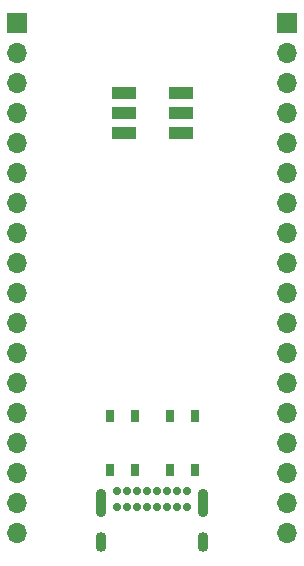
<source format=gbr>
%TF.GenerationSoftware,KiCad,Pcbnew,(5.1.8-0-10_14)*%
%TF.CreationDate,2021-07-01T23:52:50-05:00*%
%TF.ProjectId,crump-s2,6372756d-702d-4733-922e-6b696361645f,rev?*%
%TF.SameCoordinates,Original*%
%TF.FileFunction,Soldermask,Top*%
%TF.FilePolarity,Negative*%
%FSLAX46Y46*%
G04 Gerber Fmt 4.6, Leading zero omitted, Abs format (unit mm)*
G04 Created by KiCad (PCBNEW (5.1.8-0-10_14)) date 2021-07-01 23:52:50*
%MOMM*%
%LPD*%
G01*
G04 APERTURE LIST*
%ADD10R,2.000000X1.100000*%
%ADD11R,0.700000X1.000000*%
%ADD12O,0.900000X1.700000*%
%ADD13O,0.900000X2.400000*%
%ADD14C,0.700000*%
%ADD15O,1.700000X1.700000*%
%ADD16R,1.700000X1.700000*%
G04 APERTURE END LIST*
D10*
%TO.C,D2*%
X37605000Y-27510000D03*
X37605000Y-29210000D03*
X37605000Y-30910000D03*
X42405000Y-30910000D03*
X42405000Y-29210000D03*
X42405000Y-27510000D03*
%TD*%
D11*
%TO.C,SW2*%
X43620000Y-54900000D03*
X41470000Y-54900000D03*
X43620000Y-59400000D03*
X41470000Y-59400000D03*
%TD*%
%TO.C,SW1*%
X38540000Y-54900000D03*
X36390000Y-54900000D03*
X38540000Y-59400000D03*
X36390000Y-59400000D03*
%TD*%
D12*
%TO.C,J1*%
X44320500Y-65574000D03*
X35670500Y-65574000D03*
D13*
X44320500Y-62194000D03*
X35670500Y-62194000D03*
D14*
X40420500Y-62564000D03*
X42970500Y-62564000D03*
X42120500Y-62564000D03*
X41270500Y-62564000D03*
X37020500Y-62564000D03*
X38720500Y-62564000D03*
X39570500Y-62564000D03*
X37870500Y-62564000D03*
X42970500Y-61214000D03*
X42120500Y-61214000D03*
X41270500Y-61214000D03*
X40420500Y-61214000D03*
X39570500Y-61214000D03*
X38720500Y-61214000D03*
X37870500Y-61214000D03*
X37020500Y-61214000D03*
%TD*%
D15*
%TO.C,J2*%
X51435000Y-64770000D03*
X51435000Y-62230000D03*
X51435000Y-59690000D03*
X51435000Y-57150000D03*
X51435000Y-54610000D03*
X51435000Y-52070000D03*
X51435000Y-49530000D03*
X51435000Y-46990000D03*
X51435000Y-44450000D03*
X51435000Y-41910000D03*
X51435000Y-39370000D03*
X51435000Y-36830000D03*
X51435000Y-34290000D03*
X51435000Y-31750000D03*
X51435000Y-29210000D03*
X51435000Y-26670000D03*
X51435000Y-24130000D03*
D16*
X51435000Y-21590000D03*
%TD*%
%TO.C,J3*%
X28575000Y-21590000D03*
D15*
X28575000Y-24130000D03*
X28575000Y-26670000D03*
X28575000Y-29210000D03*
X28575000Y-31750000D03*
X28575000Y-34290000D03*
X28575000Y-36830000D03*
X28575000Y-39370000D03*
X28575000Y-41910000D03*
X28575000Y-44450000D03*
X28575000Y-46990000D03*
X28575000Y-49530000D03*
X28575000Y-52070000D03*
X28575000Y-54610000D03*
X28575000Y-57150000D03*
X28575000Y-59690000D03*
X28575000Y-62230000D03*
X28575000Y-64770000D03*
%TD*%
M02*

</source>
